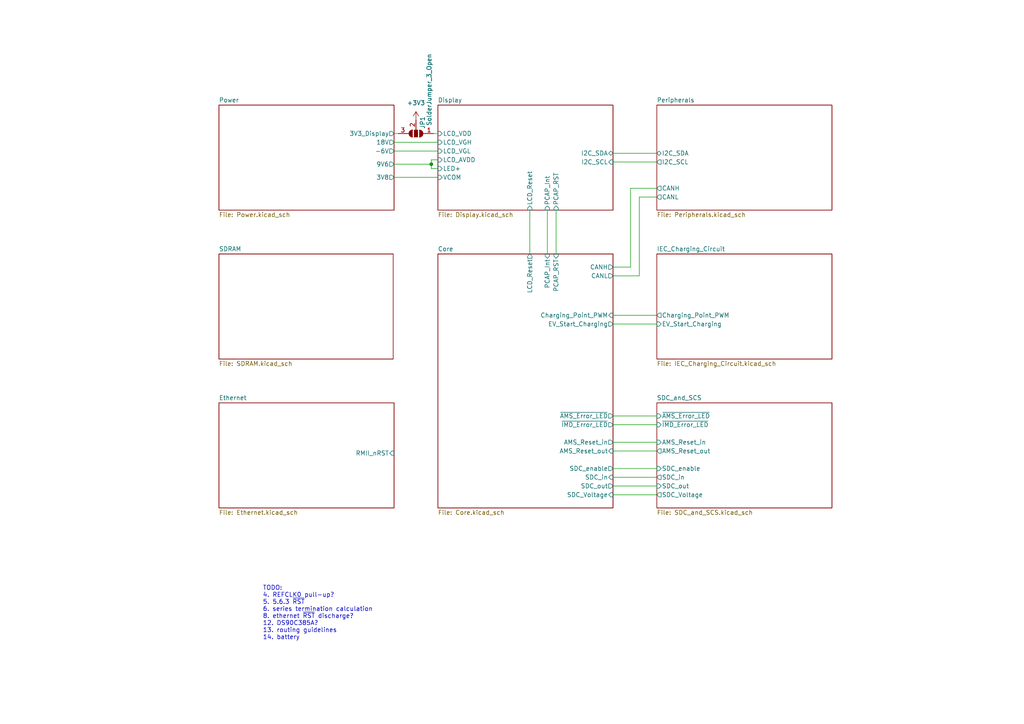
<source format=kicad_sch>
(kicad_sch (version 20250114) (generator "eeschema") (generator_version "9.0")
  (paper "A4")
  (lib_symbols
    (symbol "Jumper:SolderJumper_3_Open" (pin_names (offset 0) (hide yes)) (exclude_from_sim yes) (in_bom no)
      (property "Reference" "JP" (at -2.54 -2.54 0))
      (property "Value" "SolderJumper_3_Open" (at 0 2.794 0))
      (symbol "SolderJumper_3_Open_0_1"
        (polyline (pts (xy -2.54 0) (xy -2.032 0)))
        (polyline (pts (xy -1.016 1.016) (xy -1.016 -1.016)))
        (arc (start -1.016 -1.016) (mid -2.0276 0) (end -1.016 1.016))
        (arc (start -1.016 -1.016) (mid -2.0276 0) (end -1.016 1.016) (fill (type outline)))
        (rectangle (start -0.508 1.016) (end 0.508 -1.016) (fill (type outline)))
        (polyline (pts (xy 0 -1.27) (xy 0 -1.016)))
        (arc (start 1.016 1.016) (mid 2.0276 0) (end 1.016 -1.016))
        (arc (start 1.016 1.016) (mid 2.0276 0) (end 1.016 -1.016) (fill (type outline)))
        (polyline (pts (xy 1.016 1.016) (xy 1.016 -1.016)))
        (polyline (pts (xy 2.54 0) (xy 2.032 0)))
      )
      (symbol "SolderJumper_3_Open_1_1"
        (pin passive line (at -5.08 0 0) (length 2.54) (name "A") (number "1"))
        (pin passive line (at 0 -3.81 90) (length 2.54) (name "C") (number "2"))
        (pin passive line (at 5.08 0 180) (length 2.54) (name "B") (number "3"))
      )
    )
    (symbol "power:+3V3" (power) (pin_numbers (hide yes)) (pin_names (offset 0) (hide yes))
      (property "Value" "+3V3" (at 0 3.556 0))
      (symbol "+3V3_0_1"
        (polyline (pts (xy -0.762 1.27) (xy 0 2.54)))
        (polyline (pts (xy 0 2.54) (xy 0.762 1.27)))
        (polyline (pts (xy 0 0) (xy 0 2.54)))
      )
      (symbol "+3V3_1_1"
        (pin power_in line (at 0 0 90) (length 0) (name "~") (number "1"))
      )
    )
  )
  (text "TODO:\n4. REFCLK0 pull-up?\n5. 5.6.3 ~{RST}\n6. series termination calculation\n8. ethernet ~{RST} discharge?\n12. DS90C385A?\n13. routing guidelines\n14. battery" (at 76.2 177.8 0) (effects (font (size 1.27 1.27)) (justify left)))
  (junction (at 125.095 47.625))
  (wire (pts (xy 177.8 44.45) (xy 190.5 44.45)))
  (wire (pts (xy 177.8 46.99) (xy 190.5 46.99)))
  (wire (pts (xy 177.8 93.98) (xy 190.5 93.98)))
  (wire (pts (xy 177.8 130.81) (xy 190.5 130.81)))
  (wire (pts (xy 182.88 54.61) (xy 190.5 54.61)))
  (wire (pts (xy 190.5 57.15) (xy 185.42 57.15)))
  (wire (pts (xy 114.3 47.625) (xy 125.095 47.625)))
  (wire (pts (xy 177.8 91.44) (xy 190.5 91.44)))
  (wire (pts (xy 125.095 46.355) (xy 125.095 47.625)))
  (wire (pts (xy 177.8 120.65) (xy 190.5 120.65)))
  (wire (pts (xy 177.8 77.47) (xy 182.88 77.47)))
  (wire (pts (xy 177.8 138.43) (xy 190.5 138.43)))
  (wire (pts (xy 114.3 38.735) (xy 115.57 38.735)))
  (wire (pts (xy 114.3 43.815) (xy 127 43.815)))
  (wire (pts (xy 127 46.355) (xy 125.095 46.355)))
  (wire (pts (xy 177.8 140.97) (xy 190.5 140.97)))
  (wire (pts (xy 182.88 77.47) (xy 182.88 54.61)))
  (wire (pts (xy 114.3 51.435) (xy 127 51.435)))
  (wire (pts (xy 177.8 135.89) (xy 190.5 135.89)))
  (wire (pts (xy 185.42 80.01) (xy 177.8 80.01)))
  (wire (pts (xy 153.67 60.96) (xy 153.67 73.66)))
  (wire (pts (xy 185.42 57.15) (xy 185.42 80.01)))
  (wire (pts (xy 125.095 48.895) (xy 127 48.895)))
  (wire (pts (xy 158.75 60.96) (xy 158.75 73.66)))
  (wire (pts (xy 161.29 60.96) (xy 161.29 73.66)))
  (wire (pts (xy 177.8 143.51) (xy 190.5 143.51)))
  (wire (pts (xy 114.3 41.275) (xy 127 41.275)))
  (wire (pts (xy 125.095 47.625) (xy 125.095 48.895)))
  (wire (pts (xy 177.8 123.19) (xy 190.5 123.19)))
  (wire (pts (xy 125.73 38.735) (xy 127 38.735)))
  (wire (pts (xy 177.8 128.27) (xy 190.5 128.27)))
  (symbol (lib_id "Jumper:SolderJumper_3_Open") (at 120.65 38.735 180) (unit 1) (in_bom no)
    (property "Reference" "JP1" (at 122.555 35.56 90))
    (property "Value" "SolderJumper_3_Open" (at 124.46 26.035 90))
    (property "Footprint" "Jumper:SolderJumper-3_P1.3mm_Open_RoundedPad1.0x1.5mm" (effects (hide yes)))
    (property "Description" "Solder Jumper, 3-pole, open" (effects (hide yes)))
  )
  (symbol (lib_id "power:+3V3") (at 120.65 34.925 0) (unit 1)
    (property "Reference" "#PWR01" (effects (hide yes)))
    (property "Value" "+3V3" (at 120.65 29.845 0))
    (property "Description" "Power symbol creates a global label with name \"+3V3\"" (effects (hide yes)))
  )
  (sheet (at 63.5 73.66) (size 50.546 30.48) (stroke (width 0.1524))
    (property "Sheetname" "SDRAM" (at 63.5 72.9484 0) (effects (justify left bottom)))
    (property "Sheetfile" "SDRAM.kicad_sch" (at 63.5 104.7246 0) (effects (justify left top)))
  )
  (sheet (at 127 30.48) (size 50.8 30.48) (stroke (width 0.1524))
    (property "Sheetname" "Display" (at 127 29.7684 0) (effects (justify left bottom)))
    (property "Sheetfile" "Display.kicad_sch" (at 127 61.5446 0) (effects (justify left top)))
    (pin "VCOM" input (at 127 51.435 180))
    (pin "LCD_VDD" input (at 127 38.735 180))
    (pin "LED+" input (at 127 48.895 180))
    (pin "I2C_SCL" input (at 177.8 46.99 0))
    (pin "PCAP_Int" input (at 158.75 60.96 270))
    (pin "I2C_SDA" bidirectional (at 177.8 44.45 0))
    (pin "PCAP_RST" input (at 161.29 60.96 270))
    (pin "LCD_VGH" input (at 127 41.275 180))
    (pin "LCD_VGL" input (at 127 43.815 180))
    (pin "LCD_AVDD" input (at 127 46.355 180))
    (pin "LCD_Reset" input (at 153.67 60.96 270))
  )
  (sheet (at 127 73.66) (size 50.8 73.66) (stroke (width 0.1524))
    (property "Sheetname" "Core" (at 127 72.9484 0) (effects (justify left bottom)))
    (property "Sheetfile" "Core.kicad_sch" (at 127 147.9046 0) (effects (justify left top)))
    (pin "PCAP_RST" input (at 161.29 73.66 90))
    (pin "PCAP_Int" input (at 158.75 73.66 90))
    (pin "CANH" output (at 177.8 77.47 0))
    (pin "CANL" output (at 177.8 80.01 0))
    (pin "~{AMS_Error_LED}" output (at 177.8 120.65 0))
    (pin "~{IMD_Error_LED}" output (at 177.8 123.19 0))
    (pin "SDC_enable" output (at 177.8 135.89 0))
    (pin "AMS_Reset_out" input (at 177.8 130.81 0))
    (pin "SDC_Voltage" input (at 177.8 143.51 0))
    (pin "SDC_in" input (at 177.8 138.43 0))
    (pin "SDC_out" output (at 177.8 140.97 0))
    (pin "AMS_Reset_in" output (at 177.8 128.27 0))
    (pin "EV_Start_Charging" output (at 177.8 93.98 0))
    (pin "Charging_Point_PWM" input (at 177.8 91.44 0))
    (pin "LCD_Reset" output (at 153.67 73.66 90))
  )
  (sheet (at 63.5 116.84) (size 50.8 30.48) (stroke (width 0.1524))
    (property "Sheetname" "Ethernet" (at 63.5 116.1284 0) (effects (justify left bottom)))
    (property "Sheetfile" "Ethernet.kicad_sch" (at 63.5 147.9046 0) (effects (justify left top)))
    (pin "RMII_nRST" input (at 114.3 131.445 0))
  )
  (sheet (at 190.5 116.84) (size 50.8 30.48) (stroke (width 0.1524))
    (property "Sheetname" "SDC_and_SCS" (at 190.5 116.1284 0) (effects (justify left bottom)))
    (property "Sheetfile" "SDC_and_SCS.kicad_sch" (at 190.5 147.9046 0) (effects (justify left top)))
    (pin "~{IMD_Error_LED}" input (at 190.5 123.19 180))
    (pin "~{AMS_Error_LED}" input (at 190.5 120.65 180))
    (pin "AMS_Reset_in" input (at 190.5 128.27 180))
    (pin "AMS_Reset_out" output (at 190.5 130.81 180))
    (pin "SDC_enable" input (at 190.5 135.89 180))
    (pin "SDC_in" output (at 190.5 138.43 180))
    (pin "SDC_Voltage" output (at 190.5 143.51 180))
    (pin "SDC_out" input (at 190.5 140.97 180))
  )
  (sheet (at 190.5 30.48) (size 50.8 30.48) (stroke (width 0.1524))
    (property "Sheetname" "Peripherals" (at 190.5 29.7684 0) (effects (justify left bottom)))
    (property "Sheetfile" "Peripherals.kicad_sch" (at 190.5 61.5446 0) (effects (justify left top)))
    (pin "CANL" output (at 190.5 57.15 180))
    (pin "I2C_SDA" bidirectional (at 190.5 44.45 180))
    (pin "I2C_SCL" output (at 190.5 46.99 180))
    (pin "CANH" output (at 190.5 54.61 180))
  )
  (sheet (at 190.5 73.66) (size 50.8 30.48) (stroke (width 0.1524))
    (property "Sheetname" "IEC_Charging_Circuit" (at 190.5 72.9484 0) (effects (justify left bottom)))
    (property "Sheetfile" "IEC_Charging_Circuit.kicad_sch" (at 190.5 104.7246 0) (effects (justify left top)))
    (pin "Charging_Point_PWM" output (at 190.5 91.44 180))
    (pin "EV_Start_Charging" input (at 190.5 93.98 180))
  )
  (sheet (at 63.5 30.48) (size 50.8 30.48) (stroke (width 0.1524))
    (property "Sheetname" "Power" (at 63.5 29.7684 0) (effects (justify left bottom)))
    (property "Sheetfile" "Power.kicad_sch" (at 63.5 61.5446 0) (effects (justify left top)))
    (pin "3V3_Display" output (at 114.3 38.735 0))
    (pin "3V8" output (at 114.3 51.435 0))
    (pin "18V" output (at 114.3 41.275 0))
    (pin "-6V" output (at 114.3 43.815 0))
    (pin "9V6" output (at 114.3 47.625 0))
  )
)
</source>
